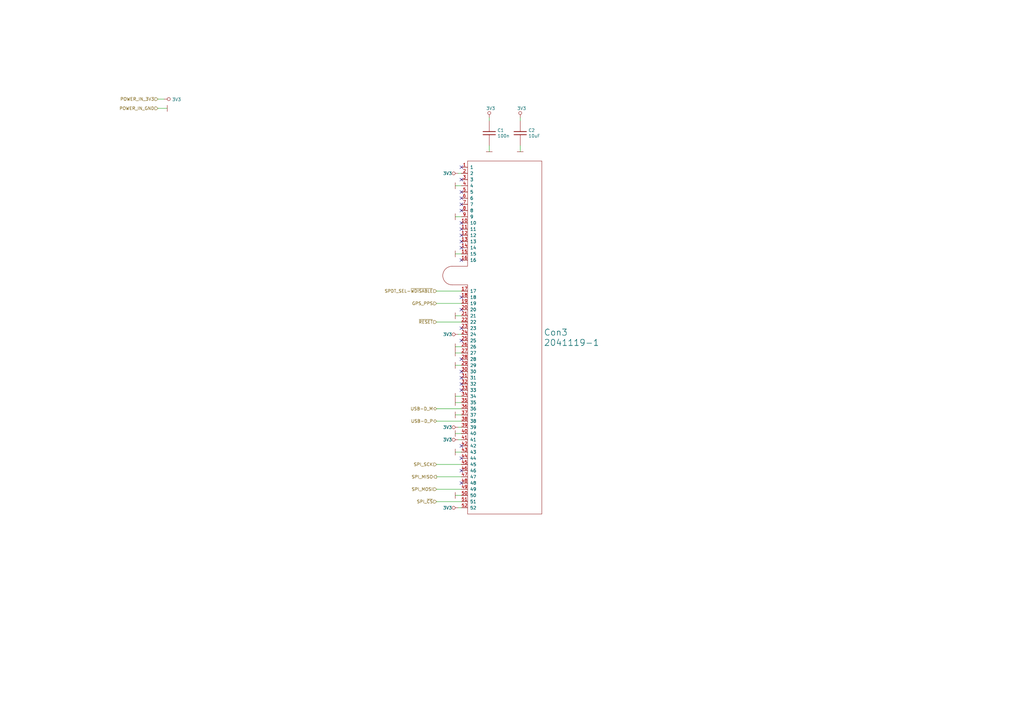
<source format=kicad_sch>
(kicad_sch (version 20210406) (generator eeschema)
  (paper "A3")
  (title_block (title "Minipci Module") (date "2021-05-25") (rev "V1.0") (company "MWLinux"))
  (lib_symbols
    (symbol "Capacitors_Smd0603:100n" (pin_numbers hide) (pin_names (offset 0.254))
      (property "Reference" "C" (at 1.27 2.54 0))
      (property "Value" "100n" (at 1.27 -2.54 0))
      (symbol "100n_0_1"
        (polyline (pts (xy 2.54 -0.635) (xy -2.54 -0.635) (xy -2.54 -0.635)) (stroke (width 0.3048)))
        (polyline (pts (xy 2.54 0.635) (xy -2.54 0.635) (xy -2.54 0.635)) (stroke (width 0.3048)))
      )
      (symbol "100n_1_1"
        (pin passive line (at 0 5.08 270) (length 4.4704) (name "~") (number "1"))
        (pin passive line (at 0 -5.08 90) (length 4.4704) (name "~") (number "2"))
      )
    )
    (symbol "Capacitors_Smd0603:10uF" (pin_numbers hide) (pin_names (offset 1.016) hide)
      (property "Reference" "C" (at -3.81 0 90))
      (property "Value" "10uF" (at 3.81 0 90))
      (symbol "10uF_1_1"
        (polyline (pts (xy 2.54 -0.635) (xy -2.54 -0.635) (xy -2.54 -0.635)) (stroke (width 0.3048)))
        (polyline (pts (xy 2.54 0.635) (xy -2.54 0.635) (xy -2.54 0.635)) (stroke (width 0.3048)))
        (pin passive line (at 0 5.08 270) (length 4.4704) (name "~") (number "1"))
        (pin passive line (at 0 -5.08 90) (length 4.4704) (name "~") (number "2"))
      )
    )
    (symbol "Smd_Connectors:2041119-1" (pin_names (offset 1.016))
      (property "Reference" "Con" (at 22.86 0 90))
      (property "Value" "2041119-1" (at 19.05 0 90))
      (symbol "2041119-1_0_1"
        (arc (start -21.59 29.21) (end -21.59 21.59) (radius (at -21.59 25.4) (length 3.81) (angles 90.1 -90.1)))
        (polyline (pts (xy -21.59 21.59) (xy -15.24 21.59)))
        (polyline (pts (xy -21.59 29.21) (xy -15.24 29.21) (xy -15.24 72.39)))
        (polyline (pts (xy -15.24 72.39) (xy 15.24 72.39) (xy 15.24 -72.39) (xy -15.24 -72.39) (xy -15.24 21.59)))
      )
      (symbol "2041119-1_1_1"
        (pin passive line (at -17.78 69.85 0) (length 2.54) (name "1") (number "1"))
        (pin passive line (at -17.78 46.99 0) (length 2.54) (name "10") (number "10"))
        (pin passive line (at -17.78 44.45 0) (length 2.54) (name "11") (number "11"))
        (pin passive line (at -17.78 41.91 0) (length 2.54) (name "12") (number "12"))
        (pin passive line (at -17.78 39.37 0) (length 2.54) (name "13") (number "13"))
        (pin passive line (at -17.78 36.83 0) (length 2.54) (name "14") (number "14"))
        (pin passive line (at -17.78 34.29 0) (length 2.54) (name "15") (number "15"))
        (pin passive line (at -17.78 31.75 0) (length 2.54) (name "16") (number "16"))
        (pin passive line (at -17.78 19.05 0) (length 2.54) (name "17") (number "17"))
        (pin passive line (at -17.78 16.51 0) (length 2.54) (name "18") (number "18"))
        (pin passive line (at -17.78 13.97 0) (length 2.54) (name "19") (number "19"))
        (pin passive line (at -17.78 67.31 0) (length 2.54) (name "2") (number "2"))
        (pin passive line (at -17.78 11.43 0) (length 2.54) (name "20") (number "20"))
        (pin passive line (at -17.78 8.89 0) (length 2.54) (name "21") (number "21"))
        (pin passive line (at -17.78 6.35 0) (length 2.54) (name "22") (number "22"))
        (pin passive line (at -17.78 3.81 0) (length 2.54) (name "23") (number "23"))
        (pin passive line (at -17.78 1.27 0) (length 2.54) (name "24") (number "24"))
        (pin passive line (at -17.78 -1.27 0) (length 2.54) (name "25") (number "25"))
        (pin passive line (at -17.78 -3.81 0) (length 2.54) (name "26") (number "26"))
        (pin passive line (at -17.78 -6.35 0) (length 2.54) (name "27") (number "27"))
        (pin passive line (at -17.78 -8.89 0) (length 2.54) (name "28") (number "28"))
        (pin passive line (at -17.78 -11.43 0) (length 2.54) (name "29") (number "29"))
        (pin passive line (at -17.78 64.77 0) (length 2.54) (name "3") (number "3"))
        (pin passive line (at -17.78 -13.97 0) (length 2.54) (name "30") (number "30"))
        (pin passive line (at -17.78 -16.51 0) (length 2.54) (name "31") (number "31"))
        (pin passive line (at -17.78 -19.05 0) (length 2.54) (name "32") (number "32"))
        (pin passive line (at -17.78 -21.59 0) (length 2.54) (name "33") (number "33"))
        (pin passive line (at -17.78 -24.13 0) (length 2.54) (name "34") (number "34"))
        (pin passive line (at -17.78 -26.67 0) (length 2.54) (name "35") (number "35"))
        (pin passive line (at -17.78 -29.21 0) (length 2.54) (name "36") (number "36"))
        (pin passive line (at -17.78 -31.75 0) (length 2.54) (name "37") (number "37"))
        (pin passive line (at -17.78 -34.29 0) (length 2.54) (name "38") (number "38"))
        (pin passive line (at -17.78 -36.83 0) (length 2.54) (name "39") (number "39"))
        (pin passive line (at -17.78 62.23 0) (length 2.54) (name "4") (number "4"))
        (pin passive line (at -17.78 -39.37 0) (length 2.54) (name "40") (number "40"))
        (pin passive line (at -17.78 -41.91 0) (length 2.54) (name "41") (number "41"))
        (pin passive line (at -17.78 -44.45 0) (length 2.54) (name "42") (number "42"))
        (pin passive line (at -17.78 -46.99 0) (length 2.54) (name "43") (number "43"))
        (pin passive line (at -17.78 -49.53 0) (length 2.54) (name "44") (number "44"))
        (pin passive line (at -17.78 -52.07 0) (length 2.54) (name "45") (number "45"))
        (pin passive line (at -17.78 -54.61 0) (length 2.54) (name "46") (number "46"))
        (pin passive line (at -17.78 -57.15 0) (length 2.54) (name "47") (number "47"))
        (pin passive line (at -17.78 -59.69 0) (length 2.54) (name "48") (number "48"))
        (pin passive line (at -17.78 -62.23 0) (length 2.54) (name "49") (number "49"))
        (pin passive line (at -17.78 59.69 0) (length 2.54) (name "5") (number "5"))
        (pin passive line (at -17.78 -64.77 0) (length 2.54) (name "50") (number "50"))
        (pin passive line (at -17.78 -67.31 0) (length 2.54) (name "51") (number "51"))
        (pin passive line (at -17.78 -69.85 0) (length 2.54) (name "52") (number "52"))
        (pin passive line (at -17.78 57.15 0) (length 2.54) (name "6") (number "6"))
        (pin passive line (at -17.78 54.61 0) (length 2.54) (name "7") (number "7"))
        (pin passive line (at -17.78 52.07 0) (length 2.54) (name "8") (number "8"))
        (pin passive line (at -17.78 49.53 0) (length 2.54) (name "9") (number "9"))
      )
    )
    (symbol "power:3V3_NO_GLOBAL" (pin_names (offset 0))
      (property "Value" "3V3_NO_GLOBAL" (at 0 3.81 0))
      (symbol "3V3_NO_GLOBAL_0_0"
        (pin power_in line (at 0 0 90) (length 0) hide (name "3V3") (number "1"))
      )
      (symbol "3V3_NO_GLOBAL_0_1"
        (circle (center 0 1.905) (radius 0.635))
        (polyline (pts (xy 0 1.27) (xy 0 0)))
      )
    )
    (symbol "power:GND" (power) (pin_names (offset 0))
      (symbol "GND_0_1"
        (polyline (pts (xy -1.27 0) (xy 1.27 0)))
      )
      (symbol "GND_1_1"
        (pin power_in line (at 0 0 180) (length 0) hide (name "GND") (number "1"))
      )
    )
  )
  (no_connect (at 189.23 68.58))
  (no_connect (at 189.23 73.66))
  (no_connect (at 189.23 78.74))
  (no_connect (at 189.23 81.28))
  (no_connect (at 189.23 83.82))
  (no_connect (at 189.23 86.36))
  (no_connect (at 189.23 91.44))
  (no_connect (at 189.23 93.98))
  (no_connect (at 189.23 96.52))
  (no_connect (at 189.23 99.06))
  (no_connect (at 189.23 101.6))
  (no_connect (at 189.23 106.68))
  (no_connect (at 189.23 121.92))
  (no_connect (at 189.23 127))
  (no_connect (at 189.23 134.62))
  (no_connect (at 189.23 139.7))
  (no_connect (at 189.23 147.32))
  (no_connect (at 189.23 152.4))
  (no_connect (at 189.23 154.94))
  (no_connect (at 189.23 157.48))
  (no_connect (at 189.23 160.02))
  (no_connect (at 189.23 182.88))
  (no_connect (at 189.23 187.96))
  (no_connect (at 189.23 193.04))
  (no_connect (at 189.23 198.12))
  (wire (pts (xy 64.77 44.45) (xy 68.58 44.45)))
  (wire (pts (xy 67.31 40.64) (xy 64.77 40.64)))
  (wire (pts (xy 179.07 205.74) (xy 189.23 205.74)))
  (wire (pts (xy 189.23 71.12) (xy 187.96 71.12)))
  (wire (pts (xy 189.23 76.2) (xy 186.69 76.2)))
  (wire (pts (xy 189.23 88.9) (xy 186.69 88.9)))
  (wire (pts (xy 189.23 104.14) (xy 186.69 104.14)))
  (wire (pts (xy 189.23 119.38) (xy 179.07 119.38)))
  (wire (pts (xy 189.23 124.46) (xy 179.07 124.46)))
  (wire (pts (xy 189.23 129.54) (xy 186.69 129.54)))
  (wire (pts (xy 189.23 132.08) (xy 179.07 132.08)))
  (wire (pts (xy 189.23 137.16) (xy 187.96 137.16)))
  (wire (pts (xy 189.23 142.24) (xy 186.69 142.24)))
  (wire (pts (xy 189.23 144.78) (xy 186.69 144.78)))
  (wire (pts (xy 189.23 149.86) (xy 186.69 149.86)))
  (wire (pts (xy 189.23 162.56) (xy 186.69 162.56)))
  (wire (pts (xy 189.23 165.1) (xy 186.69 165.1)))
  (wire (pts (xy 189.23 167.64) (xy 179.07 167.64)))
  (wire (pts (xy 189.23 170.18) (xy 186.69 170.18)))
  (wire (pts (xy 189.23 172.72) (xy 179.07 172.72)))
  (wire (pts (xy 189.23 175.26) (xy 187.96 175.26)))
  (wire (pts (xy 189.23 177.8) (xy 186.69 177.8)))
  (wire (pts (xy 189.23 180.34) (xy 187.96 180.34)))
  (wire (pts (xy 189.23 185.42) (xy 186.69 185.42)))
  (wire (pts (xy 189.23 190.5) (xy 179.07 190.5)))
  (wire (pts (xy 189.23 195.58) (xy 179.07 195.58)))
  (wire (pts (xy 189.23 200.66) (xy 179.07 200.66)))
  (wire (pts (xy 189.23 203.2) (xy 186.69 203.2)))
  (wire (pts (xy 189.23 208.28) (xy 187.96 208.28)))
  (wire (pts (xy 200.66 49.53) (xy 200.66 48.26)))
  (wire (pts (xy 200.66 62.23) (xy 200.66 59.69)))
  (wire (pts (xy 213.36 48.26) (xy 213.36 49.53)))
  (wire (pts (xy 213.36 59.69) (xy 213.36 62.23)))
  (hierarchical_label "POWER_IN_3V3" (shape input) (at 64.77 40.64 180))
  (hierarchical_label "POWER_IN_GND" (shape input) (at 64.77 44.45 180))
  (hierarchical_label "SPDT_SEL-~WDISABLE~" (shape input) (at 179.07 119.38 180))
  (hierarchical_label "GPS_PPS" (shape input) (at 179.07 124.46 180))
  (hierarchical_label "~RESET~" (shape input) (at 179.07 132.08 180))
  (hierarchical_label "USB-D_M" (shape bidirectional) (at 179.07 167.64 180))
  (hierarchical_label "USB-D_P" (shape bidirectional) (at 179.07 172.72 180))
  (hierarchical_label "SPI_SCK" (shape input) (at 179.07 190.5 180))
  (hierarchical_label "SPI_MISO" (shape output) (at 179.07 195.58 180))
  (hierarchical_label "SPI_MOSI" (shape input) (at 179.07 200.66 180))
  (hierarchical_label "SPI_~CS~" (shape input) (at 179.07 205.74 180))
  (symbol (lib_id "power:GND") (at 68.58 44.45 90) (unit 1)
    (property "Reference" "#PWR05" (effects hide))
    (property "Value" "GND" (effects hide))
  )
  (symbol (lib_id "power:GND") (at 186.69 76.2 270) (unit 1)
    (property "Reference" "#PWR08" (effects hide))
    (property "Value" "GND" (effects hide))
  )
  (symbol (lib_id "power:GND") (at 186.69 88.9 270) (unit 1)
    (property "Reference" "#PWR09" (effects hide))
    (property "Value" "GND" (effects hide))
  )
  (symbol (lib_id "power:GND") (at 186.69 104.14 270) (unit 1)
    (property "Reference" "#PWR010" (effects hide))
    (property "Value" "GND" (effects hide))
  )
  (symbol (lib_id "power:GND") (at 186.69 129.54 270) (unit 1)
    (property "Reference" "#PWR012" (effects hide))
    (property "Value" "GND" (effects hide))
  )
  (symbol (lib_id "power:GND") (at 186.69 142.24 270) (unit 1)
    (property "Reference" "#PWR013" (effects hide))
    (property "Value" "GND" (effects hide))
  )
  (symbol (lib_id "power:GND") (at 186.69 144.78 270) (unit 1)
    (property "Reference" "#PWR014" (effects hide))
    (property "Value" "GND" (effects hide))
  )
  (symbol (lib_id "power:GND") (at 186.69 149.86 270) (unit 1)
    (property "Reference" "#PWR015" (effects hide))
    (property "Value" "GND" (effects hide))
  )
  (symbol (lib_id "power:GND") (at 186.69 162.56 270) (unit 1)
    (property "Reference" "#PWR016" (effects hide))
    (property "Value" "GND" (effects hide))
  )
  (symbol (lib_id "power:GND") (at 186.69 165.1 270) (unit 1)
    (property "Reference" "#PWR017" (effects hide))
    (property "Value" "GND" (effects hide))
  )
  (symbol (lib_id "power:GND") (at 186.69 170.18 270) (unit 1)
    (property "Reference" "#PWR018" (effects hide))
    (property "Value" "GND" (effects hide))
  )
  (symbol (lib_id "power:GND") (at 186.69 177.8 270) (unit 1)
    (property "Reference" "#PWR019" (effects hide))
    (property "Value" "GND" (effects hide))
  )
  (symbol (lib_id "power:GND") (at 186.69 185.42 270) (unit 1)
    (property "Reference" "#PWR020" (effects hide))
    (property "Value" "GND" (effects hide))
  )
  (symbol (lib_id "power:GND") (at 186.69 203.2 270) (unit 1)
    (property "Reference" "#PWR021" (effects hide))
    (property "Value" "GND" (effects hide))
  )
  (symbol (lib_id "power:GND") (at 200.66 62.23 0) (unit 1)
    (property "Reference" "#PWR0108" (effects hide))
    (property "Value" "GND" (effects hide))
  )
  (symbol (lib_id "power:GND") (at 213.36 62.23 0) (unit 1)
    (property "Reference" "#PWR0109" (effects hide))
    (property "Value" "GND" (effects hide))
  )
  (symbol (lib_id "power:3V3_NO_GLOBAL") (at 67.31 40.64 270) (unit 1)
    (property "Reference" "#PWR4" (effects hide))
    (property "Value" "3V3" (at 70.5612 40.8178 90) (effects (justify left)))
  )
  (symbol (lib_id "power:3V3_NO_GLOBAL") (at 187.96 71.12 90) (unit 1)
    (property "Reference" "#PWR22" (effects hide))
    (property "Value" "3V3" (at 185.42 71.12 90) (effects (justify left)))
  )
  (symbol (lib_id "power:3V3_NO_GLOBAL") (at 187.96 137.16 90) (unit 1)
    (property "Reference" "#PWR23" (effects hide))
    (property "Value" "3V3" (at 185.42 137.16 90) (effects (justify left)))
  )
  (symbol (lib_id "power:3V3_NO_GLOBAL") (at 187.96 175.26 90) (unit 1)
    (property "Reference" "#PWR24" (effects hide))
    (property "Value" "3V3" (at 185.42 175.26 90) (effects (justify left)))
  )
  (symbol (lib_id "power:3V3_NO_GLOBAL") (at 187.96 180.34 90) (unit 1)
    (property "Reference" "#PWR25" (effects hide))
    (property "Value" "3V3" (at 185.42 180.34 90) (effects (justify left)))
  )
  (symbol (lib_id "power:3V3_NO_GLOBAL") (at 187.96 208.28 90) (unit 1)
    (property "Reference" "#PWR26" (effects hide))
    (property "Value" "3V3" (at 185.42 208.28 90) (effects (justify left)))
  )
  (symbol (lib_id "power:3V3_NO_GLOBAL") (at 200.66 48.26 0) (unit 1)
    (property "Reference" "#PWR27" (effects hide))
    (property "Value" "3V3" (at 199.39 44.45 0) (effects (justify left)))
  )
  (symbol (lib_id "power:3V3_NO_GLOBAL") (at 213.36 48.26 0) (unit 1)
    (property "Reference" "#PWR28" (effects hide))
    (property "Value" "3V3" (at 212.09 44.45 0) (effects (justify left)))
  )
  (symbol (lib_id "Capacitors_Smd0603:100n") (at 200.66 54.61 0) (unit 1)
    (property "Reference" "C1" (at 203.9874 53.4416 0) (effects (justify left)))
    (property "Value" "100n" (at 203.9874 55.753 0) (effects (justify left)))
    (property "Footprint" "Capacitors_Smd_0603:100nF_0603" (effects hide))
    (property "Datasheet" "Capacitors/Smd_0603/Components_Documentation/KEM_C1005_Y5V_SMD.pdf" (effects hide))
    (property "Manufacturer" "SAMSUNG" (effects hide))
    (property "Manufacturer Part Number" "CL10B104JB8NNNC" (effects hide))
    (property "Supplier" "TME" (effects hide))
    (property "Supplier Part Number" "CL10B104JB8NNNC" (effects hide))
    (property "URL" "https://www.tme.eu/pl/details/cl10b104jb8nnnc/kondensatory-mlcc-smd-0603/samsung/" (effects hide))
    (property "Price@1pc" "0,04540" (effects hide))
    (property "Price@1000pcs" "0,02231" (effects hide))
    (property "Package" "0603" (effects hide))
  )
  (symbol (lib_id "Capacitors_Smd0603:10uF") (at 213.36 54.61 0) (unit 1)
    (property "Reference" "C2" (at 216.6874 53.4416 0) (effects (justify left)))
    (property "Value" "10uF" (at 216.6874 55.753 0) (effects (justify left)))
    (property "Footprint" "Capacitors_Smd_0603:10uF_10V_0603" (effects hide))
    (property "Datasheet" "https://www.tme.eu/Document/08070be221b22b3ff38fe1f90e5753ee/C0603C106M9PACTU.pdf" (effects hide))
    (property "Manufacturer" "KEMET" (effects hide))
    (property "Manufacturer Part Number" "C0603C106M9PACTU" (effects hide))
    (property "Supplier" "TME" (effects hide))
    (property "Supplier Part Number" "C0603C106M9PAC" (effects hide))
    (property "URL" "https://www.tme.eu/pl/details/c0603c106m9pac/kondensatory-mlcc-smd-0603/kemet/c0603c106m9pactu/" (effects hide))
    (property "Price@1pc" "0,81309" (effects hide))
    (property "Price@1000pcs" "0,20713" (effects hide))
    (property "Developer" "MW" (effects hide))
    (property "Package" "0603" (effects hide))
    (property "LCSC Part # (optional)" "C162265" (effects hide))
  )
  (symbol (lib_id "Smd_Connectors:2041119-1") (at 207.01 138.43 0) (unit 1)
    (property "Reference" "Con3" (at 222.9612 136.3218 0) (effects (font (size 2.54 2.54)) (justify left)))
    (property "Value" "2041119-1" (at 222.9612 140.5382 0) (effects (font (size 2.54 2.54)) (justify left)))
    (property "Footprint" "Smd_Connectors:2041119-1" (effects hide))
    (property "Datasheet" "Connectors/Smd_Connectors/Components_Documentation/2041119-1.pdf" (effects hide))
    (property "Manufacturer" "TE Connectivity" (effects hide))
    (property "Manufacturer Part Number" "2041119-1" (effects hide))
    (property "Supplier" "Mouser" (effects hide))
    (property "Supplier Part Number" "571-2041119-1" (effects hide))
    (property "URL" "https://pl.mouser.com/ProductDetail/TE-Connectivity/2041119-1?qs=%252BD5sUuPmlApmv1YR%252BaSc%252Bw%3D%3D" (effects hide))
    (property "Price@1pc" "2,76" (effects hide))
    (property "Price@1000pcs" "1,81" (effects hide))
    (property "Developer" "WP" (effects hide))
  )
)
</source>
